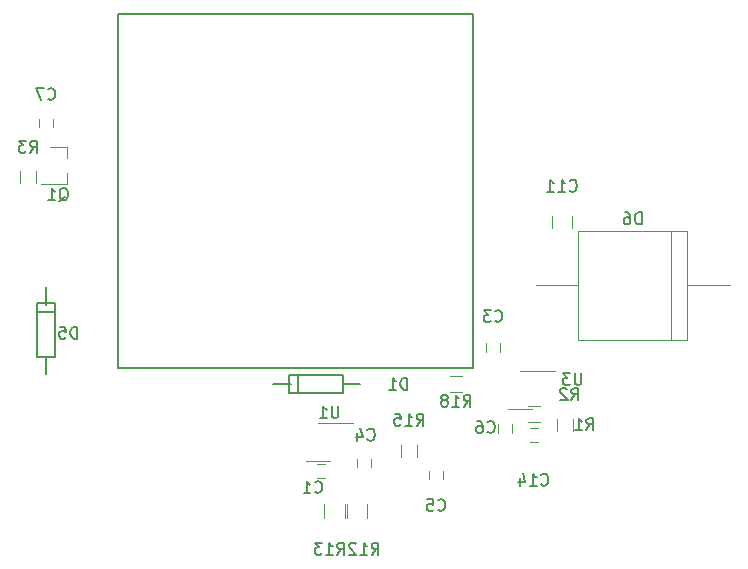
<source format=gbr>
G04 #@! TF.GenerationSoftware,KiCad,Pcbnew,(5.0.0)*
G04 #@! TF.CreationDate,2018-10-21T14:19:47+08:00*
G04 #@! TF.ProjectId,PSU 4CH V1_PCBV2,505355203443482056315F5043425632,rev?*
G04 #@! TF.SameCoordinates,Original*
G04 #@! TF.FileFunction,Legend,Bot*
G04 #@! TF.FilePolarity,Positive*
%FSLAX46Y46*%
G04 Gerber Fmt 4.6, Leading zero omitted, Abs format (unit mm)*
G04 Created by KiCad (PCBNEW (5.0.0)) date 10/21/18 14:19:47*
%MOMM*%
%LPD*%
G01*
G04 APERTURE LIST*
%ADD10C,0.200000*%
%ADD11C,0.120000*%
%ADD12C,0.150000*%
G04 APERTURE END LIST*
D10*
X125000000Y-115000000D02*
X155000000Y-115000000D01*
X125000000Y-85000000D02*
X125000000Y-115000000D01*
X155000000Y-85000000D02*
X125000000Y-85000000D01*
X155000000Y-115000000D02*
X155000000Y-85000000D01*
D11*
G04 #@! TO.C,C1*
X141824000Y-124298000D02*
X142524000Y-124298000D01*
X142524000Y-123098000D02*
X141824000Y-123098000D01*
G04 #@! TO.C,C3*
X156118000Y-112868000D02*
X156118000Y-113568000D01*
X157318000Y-113568000D02*
X157318000Y-112868000D01*
G04 #@! TO.C,C4*
X145196000Y-122652000D02*
X145196000Y-123352000D01*
X146396000Y-123352000D02*
X146396000Y-122652000D01*
G04 #@! TO.C,C5*
X151292000Y-123668000D02*
X151292000Y-124368000D01*
X152492000Y-124368000D02*
X152492000Y-123668000D01*
G04 #@! TO.C,C6*
X157134000Y-119726000D02*
X157134000Y-120426000D01*
X158334000Y-120426000D02*
X158334000Y-119726000D01*
G04 #@! TO.C,C7*
X118272000Y-93884000D02*
X118272000Y-94584000D01*
X119472000Y-94584000D02*
X119472000Y-93884000D01*
G04 #@! TO.C,C11*
X161710000Y-103116000D02*
X161710000Y-102116000D01*
X163410000Y-102116000D02*
X163410000Y-103116000D01*
G04 #@! TO.C,C14*
X160558000Y-120050000D02*
X159858000Y-120050000D01*
X159858000Y-121250000D02*
X160558000Y-121250000D01*
D12*
G04 #@! TO.C,D1*
X139446520Y-117096540D02*
X139446520Y-116334540D01*
X144018520Y-117096540D02*
X139446520Y-117096540D01*
X144018520Y-115572540D02*
X144018520Y-117096540D01*
X139446520Y-115572540D02*
X144018520Y-115572540D01*
X139446520Y-116334540D02*
X139446520Y-115572540D01*
X140208520Y-117096540D02*
X140208520Y-115572540D01*
X139573520Y-116334540D02*
X138049520Y-116334540D01*
X144018520Y-116334540D02*
X145415520Y-116334540D01*
G04 #@! TO.C,D5*
X118869460Y-114046520D02*
X118869460Y-115443520D01*
X118869460Y-109601520D02*
X118869460Y-108077520D01*
X118107460Y-110236520D02*
X119631460Y-110236520D01*
X118869460Y-109474520D02*
X119631460Y-109474520D01*
X119631460Y-109474520D02*
X119631460Y-114046520D01*
X119631460Y-114046520D02*
X118107460Y-114046520D01*
X118107460Y-114046520D02*
X118107460Y-109474520D01*
X118107460Y-109474520D02*
X118869460Y-109474520D01*
D11*
G04 #@! TO.C,D6*
X171747000Y-103340000D02*
X171747000Y-112560000D01*
X160342000Y-107950000D02*
X163952000Y-107950000D01*
X176782000Y-107950000D02*
X173172000Y-107950000D01*
X163952000Y-103340000D02*
X173172000Y-103340000D01*
X163952000Y-112560000D02*
X163952000Y-103340000D01*
X173172000Y-112560000D02*
X163952000Y-112560000D01*
X173172000Y-103340000D02*
X173172000Y-112560000D01*
G04 #@! TO.C,Q1*
X120648000Y-96210000D02*
X119188000Y-96210000D01*
X120648000Y-99370000D02*
X118488000Y-99370000D01*
X120648000Y-99370000D02*
X120648000Y-98440000D01*
X120648000Y-96210000D02*
X120648000Y-97140000D01*
G04 #@! TO.C,R1*
X162134000Y-119304000D02*
X162134000Y-120304000D01*
X163494000Y-120304000D02*
X163494000Y-119304000D01*
G04 #@! TO.C,R2*
X160690000Y-118192000D02*
X159690000Y-118192000D01*
X159690000Y-119552000D02*
X160690000Y-119552000D01*
G04 #@! TO.C,R3*
X116668000Y-98306000D02*
X116668000Y-99306000D01*
X118028000Y-99306000D02*
X118028000Y-98306000D01*
G04 #@! TO.C,R12*
X146080799Y-127638799D02*
X146080799Y-126438799D01*
X144320799Y-126438799D02*
X144320799Y-127638799D01*
G04 #@! TO.C,R13*
X142440799Y-126438799D02*
X142440799Y-127638799D01*
X144200799Y-127638799D02*
X144200799Y-126438799D01*
G04 #@! TO.C,R15*
X148926000Y-121504000D02*
X148926000Y-122504000D01*
X150286000Y-122504000D02*
X150286000Y-121504000D01*
G04 #@! TO.C,R18*
X153086000Y-117012000D02*
X154086000Y-117012000D01*
X154086000Y-115652000D02*
X153086000Y-115652000D01*
G04 #@! TO.C,U1*
X140900000Y-122849000D02*
X142900000Y-122849000D01*
X141900000Y-119609000D02*
X144900000Y-119609000D01*
G04 #@! TO.C,U3*
X158004000Y-118460000D02*
X160004000Y-118460000D01*
X159004000Y-115220000D02*
X162004000Y-115220000D01*
G04 #@! TO.C,C1*
D12*
X141644666Y-125452142D02*
X141692285Y-125499761D01*
X141835142Y-125547380D01*
X141930380Y-125547380D01*
X142073238Y-125499761D01*
X142168476Y-125404523D01*
X142216095Y-125309285D01*
X142263714Y-125118809D01*
X142263714Y-124975952D01*
X142216095Y-124785476D01*
X142168476Y-124690238D01*
X142073238Y-124595000D01*
X141930380Y-124547380D01*
X141835142Y-124547380D01*
X141692285Y-124595000D01*
X141644666Y-124642619D01*
X140692285Y-125547380D02*
X141263714Y-125547380D01*
X140978000Y-125547380D02*
X140978000Y-124547380D01*
X141073238Y-124690238D01*
X141168476Y-124785476D01*
X141263714Y-124833095D01*
G04 #@! TO.C,C3*
X156884666Y-110974142D02*
X156932285Y-111021761D01*
X157075142Y-111069380D01*
X157170380Y-111069380D01*
X157313238Y-111021761D01*
X157408476Y-110926523D01*
X157456095Y-110831285D01*
X157503714Y-110640809D01*
X157503714Y-110497952D01*
X157456095Y-110307476D01*
X157408476Y-110212238D01*
X157313238Y-110117000D01*
X157170380Y-110069380D01*
X157075142Y-110069380D01*
X156932285Y-110117000D01*
X156884666Y-110164619D01*
X156551333Y-110069380D02*
X155932285Y-110069380D01*
X156265619Y-110450333D01*
X156122761Y-110450333D01*
X156027523Y-110497952D01*
X155979904Y-110545571D01*
X155932285Y-110640809D01*
X155932285Y-110878904D01*
X155979904Y-110974142D01*
X156027523Y-111021761D01*
X156122761Y-111069380D01*
X156408476Y-111069380D01*
X156503714Y-111021761D01*
X156551333Y-110974142D01*
G04 #@! TO.C,C4*
X146089666Y-121007142D02*
X146137285Y-121054761D01*
X146280142Y-121102380D01*
X146375380Y-121102380D01*
X146518238Y-121054761D01*
X146613476Y-120959523D01*
X146661095Y-120864285D01*
X146708714Y-120673809D01*
X146708714Y-120530952D01*
X146661095Y-120340476D01*
X146613476Y-120245238D01*
X146518238Y-120150000D01*
X146375380Y-120102380D01*
X146280142Y-120102380D01*
X146137285Y-120150000D01*
X146089666Y-120197619D01*
X145232523Y-120435714D02*
X145232523Y-121102380D01*
X145470619Y-120054761D02*
X145708714Y-120769047D01*
X145089666Y-120769047D01*
G04 #@! TO.C,C5*
X152058666Y-126976142D02*
X152106285Y-127023761D01*
X152249142Y-127071380D01*
X152344380Y-127071380D01*
X152487238Y-127023761D01*
X152582476Y-126928523D01*
X152630095Y-126833285D01*
X152677714Y-126642809D01*
X152677714Y-126499952D01*
X152630095Y-126309476D01*
X152582476Y-126214238D01*
X152487238Y-126119000D01*
X152344380Y-126071380D01*
X152249142Y-126071380D01*
X152106285Y-126119000D01*
X152058666Y-126166619D01*
X151153904Y-126071380D02*
X151630095Y-126071380D01*
X151677714Y-126547571D01*
X151630095Y-126499952D01*
X151534857Y-126452333D01*
X151296761Y-126452333D01*
X151201523Y-126499952D01*
X151153904Y-126547571D01*
X151106285Y-126642809D01*
X151106285Y-126880904D01*
X151153904Y-126976142D01*
X151201523Y-127023761D01*
X151296761Y-127071380D01*
X151534857Y-127071380D01*
X151630095Y-127023761D01*
X151677714Y-126976142D01*
G04 #@! TO.C,C6*
X156249666Y-120372142D02*
X156297285Y-120419761D01*
X156440142Y-120467380D01*
X156535380Y-120467380D01*
X156678238Y-120419761D01*
X156773476Y-120324523D01*
X156821095Y-120229285D01*
X156868714Y-120038809D01*
X156868714Y-119895952D01*
X156821095Y-119705476D01*
X156773476Y-119610238D01*
X156678238Y-119515000D01*
X156535380Y-119467380D01*
X156440142Y-119467380D01*
X156297285Y-119515000D01*
X156249666Y-119562619D01*
X155392523Y-119467380D02*
X155583000Y-119467380D01*
X155678238Y-119515000D01*
X155725857Y-119562619D01*
X155821095Y-119705476D01*
X155868714Y-119895952D01*
X155868714Y-120276904D01*
X155821095Y-120372142D01*
X155773476Y-120419761D01*
X155678238Y-120467380D01*
X155487761Y-120467380D01*
X155392523Y-120419761D01*
X155344904Y-120372142D01*
X155297285Y-120276904D01*
X155297285Y-120038809D01*
X155344904Y-119943571D01*
X155392523Y-119895952D01*
X155487761Y-119848333D01*
X155678238Y-119848333D01*
X155773476Y-119895952D01*
X155821095Y-119943571D01*
X155868714Y-120038809D01*
G04 #@! TO.C,C7*
X119038666Y-92178142D02*
X119086285Y-92225761D01*
X119229142Y-92273380D01*
X119324380Y-92273380D01*
X119467238Y-92225761D01*
X119562476Y-92130523D01*
X119610095Y-92035285D01*
X119657714Y-91844809D01*
X119657714Y-91701952D01*
X119610095Y-91511476D01*
X119562476Y-91416238D01*
X119467238Y-91321000D01*
X119324380Y-91273380D01*
X119229142Y-91273380D01*
X119086285Y-91321000D01*
X119038666Y-91368619D01*
X118705333Y-91273380D02*
X118038666Y-91273380D01*
X118467238Y-92273380D01*
G04 #@! TO.C,C11*
X163202857Y-99925142D02*
X163250476Y-99972761D01*
X163393333Y-100020380D01*
X163488571Y-100020380D01*
X163631428Y-99972761D01*
X163726666Y-99877523D01*
X163774285Y-99782285D01*
X163821904Y-99591809D01*
X163821904Y-99448952D01*
X163774285Y-99258476D01*
X163726666Y-99163238D01*
X163631428Y-99068000D01*
X163488571Y-99020380D01*
X163393333Y-99020380D01*
X163250476Y-99068000D01*
X163202857Y-99115619D01*
X162250476Y-100020380D02*
X162821904Y-100020380D01*
X162536190Y-100020380D02*
X162536190Y-99020380D01*
X162631428Y-99163238D01*
X162726666Y-99258476D01*
X162821904Y-99306095D01*
X161298095Y-100020380D02*
X161869523Y-100020380D01*
X161583809Y-100020380D02*
X161583809Y-99020380D01*
X161679047Y-99163238D01*
X161774285Y-99258476D01*
X161869523Y-99306095D01*
G04 #@! TO.C,C14*
X160789857Y-124817142D02*
X160837476Y-124864761D01*
X160980333Y-124912380D01*
X161075571Y-124912380D01*
X161218428Y-124864761D01*
X161313666Y-124769523D01*
X161361285Y-124674285D01*
X161408904Y-124483809D01*
X161408904Y-124340952D01*
X161361285Y-124150476D01*
X161313666Y-124055238D01*
X161218428Y-123960000D01*
X161075571Y-123912380D01*
X160980333Y-123912380D01*
X160837476Y-123960000D01*
X160789857Y-124007619D01*
X159837476Y-124912380D02*
X160408904Y-124912380D01*
X160123190Y-124912380D02*
X160123190Y-123912380D01*
X160218428Y-124055238D01*
X160313666Y-124150476D01*
X160408904Y-124198095D01*
X158980333Y-124245714D02*
X158980333Y-124912380D01*
X159218428Y-123864761D02*
X159456523Y-124579047D01*
X158837476Y-124579047D01*
G04 #@! TO.C,D1*
X149455095Y-116784380D02*
X149455095Y-115784380D01*
X149217000Y-115784380D01*
X149074142Y-115832000D01*
X148978904Y-115927238D01*
X148931285Y-116022476D01*
X148883666Y-116212952D01*
X148883666Y-116355809D01*
X148931285Y-116546285D01*
X148978904Y-116641523D01*
X149074142Y-116736761D01*
X149217000Y-116784380D01*
X149455095Y-116784380D01*
X147931285Y-116784380D02*
X148502714Y-116784380D01*
X148217000Y-116784380D02*
X148217000Y-115784380D01*
X148312238Y-115927238D01*
X148407476Y-116022476D01*
X148502714Y-116070095D01*
G04 #@! TO.C,D5*
X121515095Y-112466380D02*
X121515095Y-111466380D01*
X121277000Y-111466380D01*
X121134142Y-111514000D01*
X121038904Y-111609238D01*
X120991285Y-111704476D01*
X120943666Y-111894952D01*
X120943666Y-112037809D01*
X120991285Y-112228285D01*
X121038904Y-112323523D01*
X121134142Y-112418761D01*
X121277000Y-112466380D01*
X121515095Y-112466380D01*
X120038904Y-111466380D02*
X120515095Y-111466380D01*
X120562714Y-111942571D01*
X120515095Y-111894952D01*
X120419857Y-111847333D01*
X120181761Y-111847333D01*
X120086523Y-111894952D01*
X120038904Y-111942571D01*
X119991285Y-112037809D01*
X119991285Y-112275904D01*
X120038904Y-112371142D01*
X120086523Y-112418761D01*
X120181761Y-112466380D01*
X120419857Y-112466380D01*
X120515095Y-112418761D01*
X120562714Y-112371142D01*
G04 #@! TO.C,D6*
X169300095Y-102792380D02*
X169300095Y-101792380D01*
X169062000Y-101792380D01*
X168919142Y-101840000D01*
X168823904Y-101935238D01*
X168776285Y-102030476D01*
X168728666Y-102220952D01*
X168728666Y-102363809D01*
X168776285Y-102554285D01*
X168823904Y-102649523D01*
X168919142Y-102744761D01*
X169062000Y-102792380D01*
X169300095Y-102792380D01*
X167871523Y-101792380D02*
X168062000Y-101792380D01*
X168157238Y-101840000D01*
X168204857Y-101887619D01*
X168300095Y-102030476D01*
X168347714Y-102220952D01*
X168347714Y-102601904D01*
X168300095Y-102697142D01*
X168252476Y-102744761D01*
X168157238Y-102792380D01*
X167966761Y-102792380D01*
X167871523Y-102744761D01*
X167823904Y-102697142D01*
X167776285Y-102601904D01*
X167776285Y-102363809D01*
X167823904Y-102268571D01*
X167871523Y-102220952D01*
X167966761Y-102173333D01*
X168157238Y-102173333D01*
X168252476Y-102220952D01*
X168300095Y-102268571D01*
X168347714Y-102363809D01*
G04 #@! TO.C,Q1*
X119983238Y-100837619D02*
X120078476Y-100790000D01*
X120173714Y-100694761D01*
X120316571Y-100551904D01*
X120411809Y-100504285D01*
X120507047Y-100504285D01*
X120459428Y-100742380D02*
X120554666Y-100694761D01*
X120649904Y-100599523D01*
X120697523Y-100409047D01*
X120697523Y-100075714D01*
X120649904Y-99885238D01*
X120554666Y-99790000D01*
X120459428Y-99742380D01*
X120268952Y-99742380D01*
X120173714Y-99790000D01*
X120078476Y-99885238D01*
X120030857Y-100075714D01*
X120030857Y-100409047D01*
X120078476Y-100599523D01*
X120173714Y-100694761D01*
X120268952Y-100742380D01*
X120459428Y-100742380D01*
X119078476Y-100742380D02*
X119649904Y-100742380D01*
X119364190Y-100742380D02*
X119364190Y-99742380D01*
X119459428Y-99885238D01*
X119554666Y-99980476D01*
X119649904Y-100028095D01*
G04 #@! TO.C,R1*
X164631666Y-120213380D02*
X164965000Y-119737190D01*
X165203095Y-120213380D02*
X165203095Y-119213380D01*
X164822142Y-119213380D01*
X164726904Y-119261000D01*
X164679285Y-119308619D01*
X164631666Y-119403857D01*
X164631666Y-119546714D01*
X164679285Y-119641952D01*
X164726904Y-119689571D01*
X164822142Y-119737190D01*
X165203095Y-119737190D01*
X163679285Y-120213380D02*
X164250714Y-120213380D01*
X163965000Y-120213380D02*
X163965000Y-119213380D01*
X164060238Y-119356238D01*
X164155476Y-119451476D01*
X164250714Y-119499095D01*
G04 #@! TO.C,R2*
X163361666Y-117673380D02*
X163695000Y-117197190D01*
X163933095Y-117673380D02*
X163933095Y-116673380D01*
X163552142Y-116673380D01*
X163456904Y-116721000D01*
X163409285Y-116768619D01*
X163361666Y-116863857D01*
X163361666Y-117006714D01*
X163409285Y-117101952D01*
X163456904Y-117149571D01*
X163552142Y-117197190D01*
X163933095Y-117197190D01*
X162980714Y-116768619D02*
X162933095Y-116721000D01*
X162837857Y-116673380D01*
X162599761Y-116673380D01*
X162504523Y-116721000D01*
X162456904Y-116768619D01*
X162409285Y-116863857D01*
X162409285Y-116959095D01*
X162456904Y-117101952D01*
X163028333Y-117673380D01*
X162409285Y-117673380D01*
G04 #@! TO.C,R3*
X117514666Y-96718380D02*
X117848000Y-96242190D01*
X118086095Y-96718380D02*
X118086095Y-95718380D01*
X117705142Y-95718380D01*
X117609904Y-95766000D01*
X117562285Y-95813619D01*
X117514666Y-95908857D01*
X117514666Y-96051714D01*
X117562285Y-96146952D01*
X117609904Y-96194571D01*
X117705142Y-96242190D01*
X118086095Y-96242190D01*
X117181333Y-95718380D02*
X116562285Y-95718380D01*
X116895619Y-96099333D01*
X116752761Y-96099333D01*
X116657523Y-96146952D01*
X116609904Y-96194571D01*
X116562285Y-96289809D01*
X116562285Y-96527904D01*
X116609904Y-96623142D01*
X116657523Y-96670761D01*
X116752761Y-96718380D01*
X117038476Y-96718380D01*
X117133714Y-96670761D01*
X117181333Y-96623142D01*
G04 #@! TO.C,R12*
X146438857Y-130754380D02*
X146772190Y-130278190D01*
X147010285Y-130754380D02*
X147010285Y-129754380D01*
X146629333Y-129754380D01*
X146534095Y-129802000D01*
X146486476Y-129849619D01*
X146438857Y-129944857D01*
X146438857Y-130087714D01*
X146486476Y-130182952D01*
X146534095Y-130230571D01*
X146629333Y-130278190D01*
X147010285Y-130278190D01*
X145486476Y-130754380D02*
X146057904Y-130754380D01*
X145772190Y-130754380D02*
X145772190Y-129754380D01*
X145867428Y-129897238D01*
X145962666Y-129992476D01*
X146057904Y-130040095D01*
X145105523Y-129849619D02*
X145057904Y-129802000D01*
X144962666Y-129754380D01*
X144724571Y-129754380D01*
X144629333Y-129802000D01*
X144581714Y-129849619D01*
X144534095Y-129944857D01*
X144534095Y-130040095D01*
X144581714Y-130182952D01*
X145153142Y-130754380D01*
X144534095Y-130754380D01*
G04 #@! TO.C,R13*
X143517857Y-130754380D02*
X143851190Y-130278190D01*
X144089285Y-130754380D02*
X144089285Y-129754380D01*
X143708333Y-129754380D01*
X143613095Y-129802000D01*
X143565476Y-129849619D01*
X143517857Y-129944857D01*
X143517857Y-130087714D01*
X143565476Y-130182952D01*
X143613095Y-130230571D01*
X143708333Y-130278190D01*
X144089285Y-130278190D01*
X142565476Y-130754380D02*
X143136904Y-130754380D01*
X142851190Y-130754380D02*
X142851190Y-129754380D01*
X142946428Y-129897238D01*
X143041666Y-129992476D01*
X143136904Y-130040095D01*
X142232142Y-129754380D02*
X141613095Y-129754380D01*
X141946428Y-130135333D01*
X141803571Y-130135333D01*
X141708333Y-130182952D01*
X141660714Y-130230571D01*
X141613095Y-130325809D01*
X141613095Y-130563904D01*
X141660714Y-130659142D01*
X141708333Y-130706761D01*
X141803571Y-130754380D01*
X142089285Y-130754380D01*
X142184523Y-130706761D01*
X142232142Y-130659142D01*
G04 #@! TO.C,R15*
X150248857Y-119832380D02*
X150582190Y-119356190D01*
X150820285Y-119832380D02*
X150820285Y-118832380D01*
X150439333Y-118832380D01*
X150344095Y-118880000D01*
X150296476Y-118927619D01*
X150248857Y-119022857D01*
X150248857Y-119165714D01*
X150296476Y-119260952D01*
X150344095Y-119308571D01*
X150439333Y-119356190D01*
X150820285Y-119356190D01*
X149296476Y-119832380D02*
X149867904Y-119832380D01*
X149582190Y-119832380D02*
X149582190Y-118832380D01*
X149677428Y-118975238D01*
X149772666Y-119070476D01*
X149867904Y-119118095D01*
X148391714Y-118832380D02*
X148867904Y-118832380D01*
X148915523Y-119308571D01*
X148867904Y-119260952D01*
X148772666Y-119213333D01*
X148534571Y-119213333D01*
X148439333Y-119260952D01*
X148391714Y-119308571D01*
X148344095Y-119403809D01*
X148344095Y-119641904D01*
X148391714Y-119737142D01*
X148439333Y-119784761D01*
X148534571Y-119832380D01*
X148772666Y-119832380D01*
X148867904Y-119784761D01*
X148915523Y-119737142D01*
G04 #@! TO.C,R18*
X154228857Y-118234380D02*
X154562190Y-117758190D01*
X154800285Y-118234380D02*
X154800285Y-117234380D01*
X154419333Y-117234380D01*
X154324095Y-117282000D01*
X154276476Y-117329619D01*
X154228857Y-117424857D01*
X154228857Y-117567714D01*
X154276476Y-117662952D01*
X154324095Y-117710571D01*
X154419333Y-117758190D01*
X154800285Y-117758190D01*
X153276476Y-118234380D02*
X153847904Y-118234380D01*
X153562190Y-118234380D02*
X153562190Y-117234380D01*
X153657428Y-117377238D01*
X153752666Y-117472476D01*
X153847904Y-117520095D01*
X152705047Y-117662952D02*
X152800285Y-117615333D01*
X152847904Y-117567714D01*
X152895523Y-117472476D01*
X152895523Y-117424857D01*
X152847904Y-117329619D01*
X152800285Y-117282000D01*
X152705047Y-117234380D01*
X152514571Y-117234380D01*
X152419333Y-117282000D01*
X152371714Y-117329619D01*
X152324095Y-117424857D01*
X152324095Y-117472476D01*
X152371714Y-117567714D01*
X152419333Y-117615333D01*
X152514571Y-117662952D01*
X152705047Y-117662952D01*
X152800285Y-117710571D01*
X152847904Y-117758190D01*
X152895523Y-117853428D01*
X152895523Y-118043904D01*
X152847904Y-118139142D01*
X152800285Y-118186761D01*
X152705047Y-118234380D01*
X152514571Y-118234380D01*
X152419333Y-118186761D01*
X152371714Y-118139142D01*
X152324095Y-118043904D01*
X152324095Y-117853428D01*
X152371714Y-117758190D01*
X152419333Y-117710571D01*
X152514571Y-117662952D01*
G04 #@! TO.C,U1*
X143636904Y-118197380D02*
X143636904Y-119006904D01*
X143589285Y-119102142D01*
X143541666Y-119149761D01*
X143446428Y-119197380D01*
X143255952Y-119197380D01*
X143160714Y-119149761D01*
X143113095Y-119102142D01*
X143065476Y-119006904D01*
X143065476Y-118197380D01*
X142065476Y-119197380D02*
X142636904Y-119197380D01*
X142351190Y-119197380D02*
X142351190Y-118197380D01*
X142446428Y-118340238D01*
X142541666Y-118435476D01*
X142636904Y-118483095D01*
G04 #@! TO.C,U3*
X164210904Y-115403380D02*
X164210904Y-116212904D01*
X164163285Y-116308142D01*
X164115666Y-116355761D01*
X164020428Y-116403380D01*
X163829952Y-116403380D01*
X163734714Y-116355761D01*
X163687095Y-116308142D01*
X163639476Y-116212904D01*
X163639476Y-115403380D01*
X163258523Y-115403380D02*
X162639476Y-115403380D01*
X162972809Y-115784333D01*
X162829952Y-115784333D01*
X162734714Y-115831952D01*
X162687095Y-115879571D01*
X162639476Y-115974809D01*
X162639476Y-116212904D01*
X162687095Y-116308142D01*
X162734714Y-116355761D01*
X162829952Y-116403380D01*
X163115666Y-116403380D01*
X163210904Y-116355761D01*
X163258523Y-116308142D01*
G04 #@! TD*
M02*

</source>
